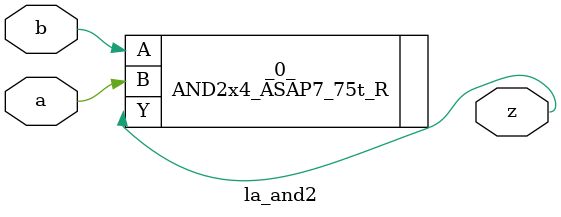
<source format=v>

/* Generated by Yosys 0.44 (git sha1 80ba43d26, g++ 11.4.0-1ubuntu1~22.04 -fPIC -O3) */

(* top =  1  *)
(* src = "inputs/la_and2.v:10.1-20.10" *)
module la_and2 (
    a,
    b,
    z
);
  (* src = "inputs/la_and2.v:13.12-13.13" *)
  input a;
  wire a;
  (* src = "inputs/la_and2.v:14.12-14.13" *)
  input b;
  wire b;
  (* src = "inputs/la_and2.v:15.12-15.13" *)
  output z;
  wire z;
  AND2x4_ASAP7_75t_R _0_ (
      .A(b),
      .B(a),
      .Y(z)
  );
endmodule

</source>
